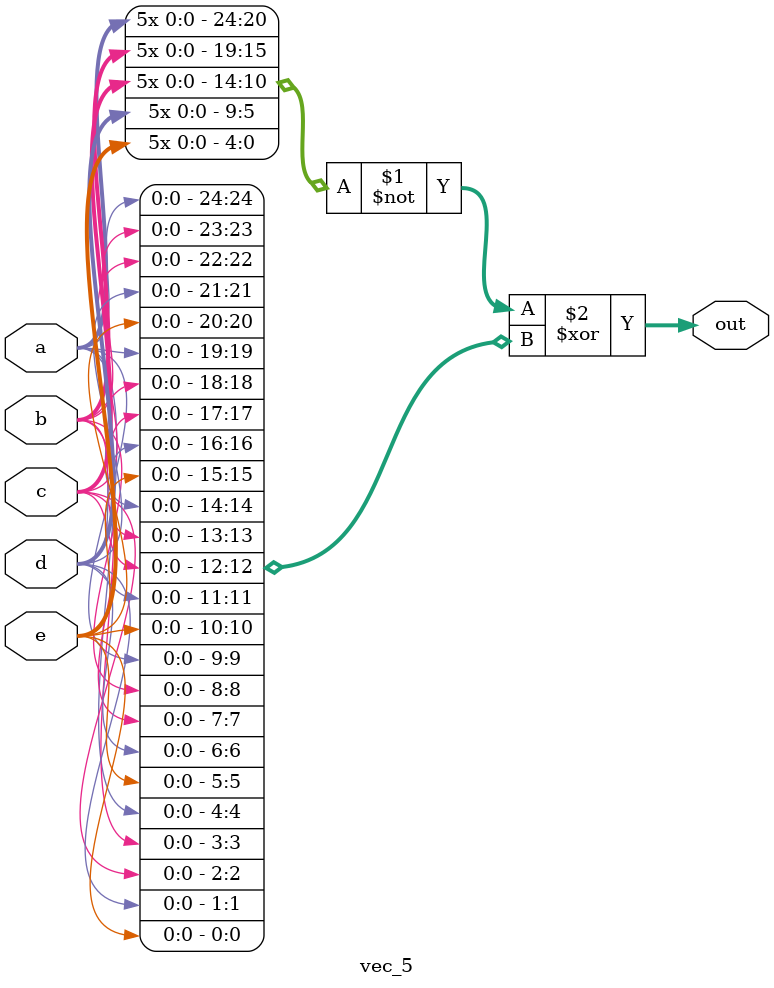
<source format=v>
module vec_5 (
    input a, b, c, d, e,
    output [24:0] out );//

    // The output is XNOR of two vectors created by 
    // concatenating and replicating the five inputs.
    assign out = ~{{5{a}}, {5{b}}, {5{c}}, {5{d}}, {5{e}} } ^ {5{a, b, c, d, e}};

endmodule
</source>
